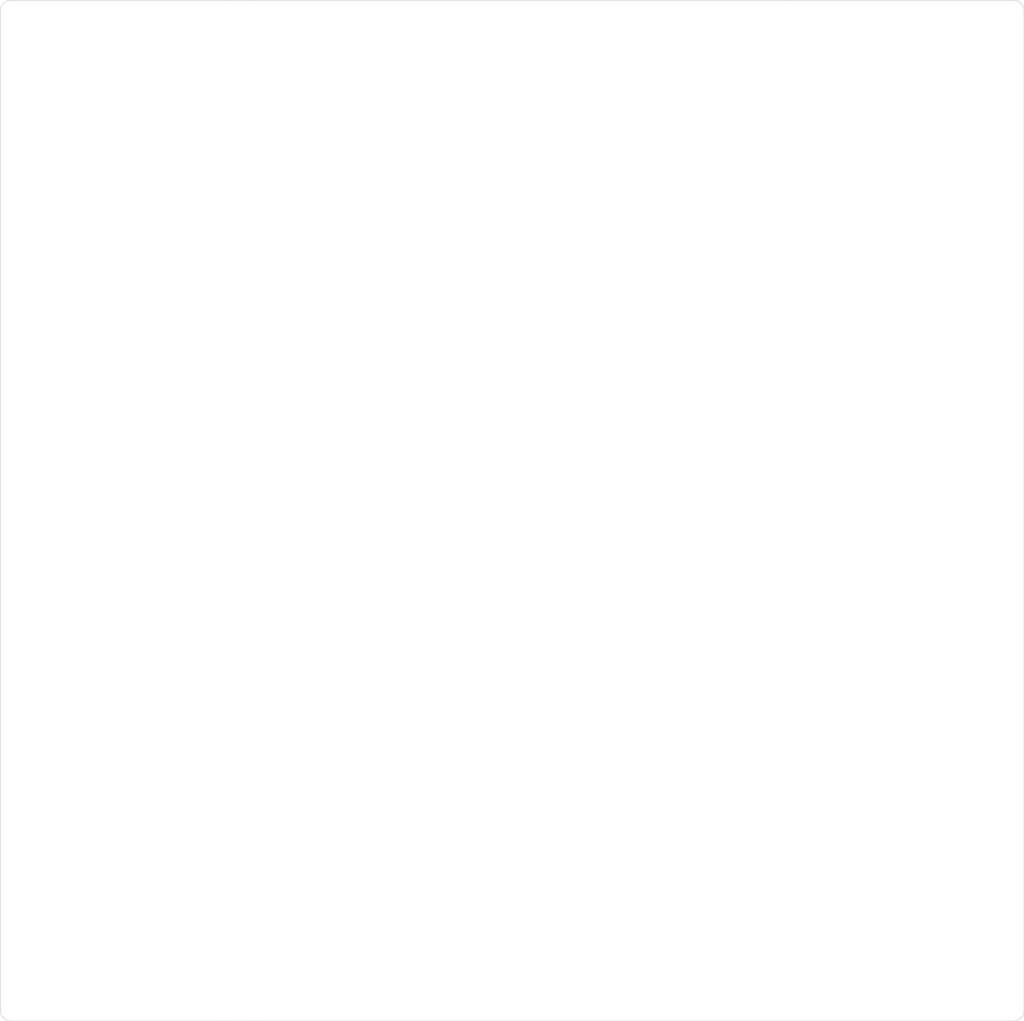
<source format=kicad_pcb>
(kicad_pcb (version 20171130) (host pcbnew "(5.1.9-0-10_14)")

  (general
    (thickness 1.6)
    (drawings 17)
    (tracks 0)
    (zones 0)
    (modules 4)
    (nets 1)
  )

  (page A4)
  (layers
    (0 F.Cu signal)
    (31 B.Cu signal)
    (32 B.Adhes user)
    (33 F.Adhes user)
    (34 B.Paste user)
    (35 F.Paste user)
    (36 B.SilkS user)
    (37 F.SilkS user)
    (38 B.Mask user)
    (39 F.Mask user)
    (40 Dwgs.User user)
    (41 Cmts.User user)
    (42 Eco1.User user)
    (43 Eco2.User user)
    (44 Edge.Cuts user)
    (45 Margin user)
    (46 B.CrtYd user)
    (47 F.CrtYd user)
    (48 B.Fab user)
    (49 F.Fab user)
  )

  (setup
    (last_trace_width 0.25)
    (trace_clearance 0.2)
    (zone_clearance 0.508)
    (zone_45_only no)
    (trace_min 0.2)
    (via_size 0.8)
    (via_drill 0.4)
    (via_min_size 0.4)
    (via_min_drill 0.3)
    (uvia_size 0.3)
    (uvia_drill 0.1)
    (uvias_allowed no)
    (uvia_min_size 0.2)
    (uvia_min_drill 0.1)
    (edge_width 0.05)
    (segment_width 0.2)
    (pcb_text_width 0.3)
    (pcb_text_size 1.5 1.5)
    (mod_edge_width 0.12)
    (mod_text_size 1 1)
    (mod_text_width 0.15)
    (pad_size 1.524 1.524)
    (pad_drill 0.762)
    (pad_to_mask_clearance 0)
    (aux_axis_origin 0 0)
    (grid_origin 53.96875 26.9875)
    (visible_elements FFFFFF7F)
    (pcbplotparams
      (layerselection 0x011fc_ffffffff)
      (usegerberextensions false)
      (usegerberattributes true)
      (usegerberadvancedattributes true)
      (creategerberjobfile true)
      (excludeedgelayer true)
      (linewidth 0.100000)
      (plotframeref false)
      (viasonmask false)
      (mode 1)
      (useauxorigin false)
      (hpglpennumber 1)
      (hpglpenspeed 20)
      (hpglpendiameter 15.000000)
      (psnegative false)
      (psa4output false)
      (plotreference true)
      (plotvalue true)
      (plotinvisibletext false)
      (padsonsilk false)
      (subtractmaskfromsilk false)
      (outputformat 1)
      (mirror false)
      (drillshape 0)
      (scaleselection 1)
      (outputdirectory "./egg-bottom-gerbers"))
  )

  (net 0 "")

  (net_class Default "This is the default net class."
    (clearance 0.2)
    (trace_width 0.25)
    (via_dia 0.8)
    (via_drill 0.4)
    (uvia_dia 0.3)
    (uvia_drill 0.1)
  )

  (module MountingHole:MountingHole_2.2mm_M2 (layer F.Cu) (tedit 56D1B4CB) (tstamp 60880B93)
    (at 56.34925 65.0875)
    (descr "Mounting Hole 2.2mm, no annular, M2")
    (tags "mounting hole 2.2mm no annular m2")
    (path /608C4E1D)
    (attr virtual)
    (fp_text reference H9 (at 0 -6.5) (layer F.SilkS) hide
      (effects (font (size 1 1) (thickness 0.15)))
    )
    (fp_text value MountingHole (at 0 6.5) (layer F.Fab)
      (effects (font (size 1 1) (thickness 0.15)))
    )
    (fp_circle (center 0 0) (end 2.2 0) (layer Cmts.User) (width 0.15))
    (fp_circle (center 0 0) (end 2.45 0) (layer F.CrtYd) (width 0.05))
    (fp_text user %R (at 0.3 0) (layer F.Fab)
      (effects (font (size 1 1) (thickness 0.15)))
    )
    (pad 1 np_thru_hole circle (at 0 0) (size 2.2 2.2) (drill 2.2) (layers *.Cu *.Mask))
  )

  (module MountingHole:MountingHole_2.2mm_M2 (layer F.Cu) (tedit 56D1B4CB) (tstamp 60880B8B)
    (at 94.43725 65.0875)
    (descr "Mounting Hole 2.2mm, no annular, M2")
    (tags "mounting hole 2.2mm no annular m2")
    (path /608C46F0)
    (attr virtual)
    (fp_text reference H8 (at 0 -6.5) (layer F.SilkS) hide
      (effects (font (size 1 1) (thickness 0.15)))
    )
    (fp_text value MountingHole (at 0 6.5) (layer F.Fab)
      (effects (font (size 1 1) (thickness 0.15)))
    )
    (fp_circle (center 0 0) (end 2.2 0) (layer Cmts.User) (width 0.15))
    (fp_circle (center 0 0) (end 2.45 0) (layer F.CrtYd) (width 0.05))
    (fp_text user %R (at 0.3 0) (layer F.Fab)
      (effects (font (size 1 1) (thickness 0.15)))
    )
    (pad 1 np_thru_hole circle (at 0 0) (size 2.2 2.2) (drill 2.2) (layers *.Cu *.Mask))
  )

  (module MountingHole:MountingHole_2.2mm_M2 (layer F.Cu) (tedit 56D1B4CB) (tstamp 607B2692)
    (at 75.4 84.1375)
    (descr "Mounting Hole 2.2mm, no annular, M2")
    (tags "mounting hole 2.2mm no annular m2")
    (path /607DED77)
    (attr virtual)
    (fp_text reference H4 (at 0 -6.5) (layer F.SilkS) hide
      (effects (font (size 1 1) (thickness 0.15)))
    )
    (fp_text value MountingHole (at 0 6.5) (layer F.Fab)
      (effects (font (size 1 1) (thickness 0.15)))
    )
    (fp_circle (center 0 0) (end 2.2 0) (layer Cmts.User) (width 0.15))
    (fp_circle (center 0 0) (end 2.45 0) (layer F.CrtYd) (width 0.05))
    (fp_text user %R (at 0.3 0) (layer F.Fab)
      (effects (font (size 1 1) (thickness 0.15)))
    )
    (pad 1 np_thru_hole circle (at 0 0) (size 2.2 2.2) (drill 2.2) (layers *.Cu *.Mask))
  )

  (module MountingHole:MountingHole_2.2mm_M2 (layer F.Cu) (tedit 56D1B4CB) (tstamp 607B99EA)
    (at 75.4 46.0375)
    (descr "Mounting Hole 2.2mm, no annular, M2")
    (tags "mounting hole 2.2mm no annular m2")
    (path /607DE5EF)
    (attr virtual)
    (fp_text reference H1 (at 0 -6.5) (layer F.SilkS) hide
      (effects (font (size 1 1) (thickness 0.15)))
    )
    (fp_text value MountingHole (at 0 6.5) (layer F.Fab)
      (effects (font (size 1 1) (thickness 0.15)))
    )
    (fp_circle (center 0 0) (end 2.2 0) (layer Cmts.User) (width 0.15))
    (fp_circle (center 0 0) (end 2.45 0) (layer F.CrtYd) (width 0.05))
    (fp_text user %R (at 0.3 0) (layer F.Fab)
      (effects (font (size 1 1) (thickness 0.15)))
    )
    (pad 1 np_thru_hole circle (at 0 0) (size 2.2 2.2) (drill 2.2) (layers *.Cu *.Mask))
  )

  (gr_line (start 54.09575 103.1875) (end 56.38175 103.1875) (layer Edge.Cuts) (width 0.05) (tstamp 60879651))
  (gr_line (start 56.38175 26.9875) (end 54.09575 26.9875) (layer Edge.Cuts) (width 0.05) (tstamp 60879650))
  (gr_line (start 113.78575 52.2605) (end 113.78575 39.8145) (layer Edge.Cuts) (width 0.05) (tstamp 6087962B))
  (gr_line (start 113.78575 90.3605) (end 113.78575 77.9145) (layer Edge.Cuts) (width 0.05) (tstamp 6087962A))
  (gr_line (start 113.02375 26.9875) (end 96.25975 26.9875) (layer Edge.Cuts) (width 0.05) (tstamp 6088C5F5))
  (gr_line (start 113.78575 27.7495) (end 113.78575 39.8145) (layer Edge.Cuts) (width 0.05) (tstamp 6088C5F4))
  (gr_arc (start 113.02375 27.7495) (end 113.78575 27.7495) (angle -90) (layer Edge.Cuts) (width 0.05))
  (gr_line (start 113.02375 103.1875) (end 56.38175 103.1875) (layer Edge.Cuts) (width 0.05) (tstamp 6088C5EF))
  (gr_line (start 113.78575 90.3605) (end 113.78575 102.4255) (layer Edge.Cuts) (width 0.05) (tstamp 6088C5EE))
  (gr_arc (start 113.02375 102.4255) (end 113.02375 103.1875) (angle -90) (layer Edge.Cuts) (width 0.05))
  (gr_line (start 113.78575 77.9145) (end 113.78575 52.2605) (layer Edge.Cuts) (width 0.05) (tstamp 60888A76))
  (gr_line (start 54.09575 103.1875) (end 38.1515 103.18725) (layer Edge.Cuts) (width 0.05) (tstamp 60886FDD))
  (gr_line (start 54.09575 26.9875) (end 38.1515 26.9875) (layer Edge.Cuts) (width 0.05) (tstamp 60886FDA))
  (gr_line (start 96.25975 26.9875) (end 56.38175 26.9875) (layer Edge.Cuts) (width 0.05))
  (gr_arc (start 38.1515 102.39375) (end 37.358 102.39375) (angle -90) (layer Edge.Cuts) (width 0.05))
  (gr_line (start 37.35775 27.78125) (end 37.358 102.39375) (layer Edge.Cuts) (width 0.05))
  (gr_arc (start 38.1515 27.78125) (end 38.1515 26.9875) (angle -90) (layer Edge.Cuts) (width 0.05))

)

</source>
